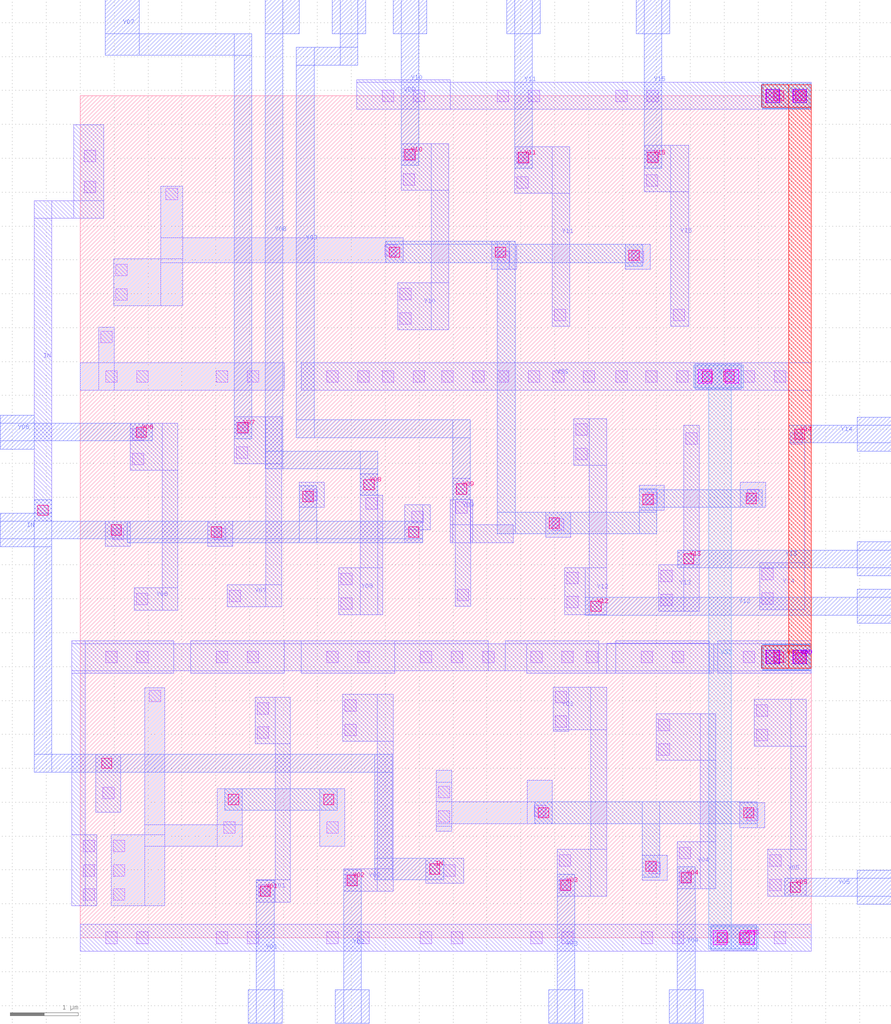
<source format=lef>
VERSION 5.8 ;
BUSBITCHARS "[]" ;
DIVIDERCHAR "/" ;

PROPERTYDEFINITIONS
  MACRO CatenaDesignType STRING ;
  MACRO oaTaper STRING ;
END PROPERTYDEFINITIONS

MACRO pre_therm
  CLASS CORE ;
  ORIGIN 0 0 ;
  FOREIGN pre_therm 0 0 ;
  SIZE 10.785 BY 12.42 ;
  SYMMETRY X Y ;
  SITE CoreSite ;
  PIN Y15
    DIRECTION INPUT ;
    USE SIGNAL ;
    PORT
      LAYER met1 ;
        RECT 8.32 11.005 8.975 11.695 ;
        RECT 8.715 9.025 8.975 11.695 ;
      LAYER met2 ;
        RECT 8.2 13.335 8.7 13.835 ;
        RECT 8.32 11.35 8.58 13.835 ;
      LAYER via ;
        RECT 8.375 11.435 8.525 11.585 ;
    END
  END Y15
  PIN Y14
    DIRECTION OUTPUT ;
    USE SIGNAL ;
    PORT
      LAYER met1 ;
        RECT 10.455 7.3 10.775 7.56 ;
        RECT 10.455 4.84 10.685 7.56 ;
        RECT 10.025 4.84 10.685 5.53 ;
      LAYER met2 ;
        RECT 11.465 7.18 11.965 7.68 ;
        RECT 10.455 7.3 11.965 7.56 ;
      LAYER via ;
        RECT 10.54 7.355 10.69 7.505 ;
    END
  END Y14
  PIN Y13
    DIRECTION OUTPUT ;
    USE SIGNAL ;
    PORT
      LAYER met1 ;
        RECT 8.815 5.46 9.135 5.72 ;
        RECT 8.9 4.815 9.13 7.56 ;
        RECT 8.535 4.815 9.13 5.505 ;
      LAYER met2 ;
        RECT 11.465 5.34 11.965 5.84 ;
        RECT 8.815 5.46 11.965 5.72 ;
      LAYER via ;
        RECT 8.9 5.515 9.05 5.665 ;
    END
  END Y13
  PIN Y12
    DIRECTION OUTPUT ;
    USE SIGNAL ;
    PORT
      LAYER met1 ;
        RECT 7.28 6.97 7.77 7.66 ;
        RECT 7.51 4.76 7.77 7.66 ;
        RECT 7.145 4.765 7.77 5.455 ;
        RECT 7.45 4.76 7.77 5.455 ;
      LAYER met2 ;
        RECT 11.465 4.64 11.965 5.14 ;
        RECT 7.45 4.76 11.965 5.02 ;
      LAYER via ;
        RECT 7.535 4.815 7.685 4.965 ;
    END
  END Y12
  PIN Y11
    DIRECTION INPUT ;
    USE SIGNAL ;
    PORT
      LAYER met1 ;
        RECT 6.41 10.98 7.225 11.67 ;
        RECT 6.965 9.025 7.225 11.67 ;
      LAYER met2 ;
        RECT 6.29 13.335 6.79 13.835 ;
        RECT 6.41 11.35 6.67 13.835 ;
      LAYER via ;
        RECT 6.465 11.435 6.615 11.585 ;
    END
  END Y11
  PIN Y10
    DIRECTION INPUT ;
    USE SIGNAL ;
    PORT
      LAYER met1 ;
        RECT 4.735 11.025 5.435 11.715 ;
        RECT 5.175 8.97 5.435 11.715 ;
        RECT 4.685 8.97 5.435 9.66 ;
      LAYER met2 ;
        RECT 4.615 13.335 5.115 13.835 ;
        RECT 4.735 11.395 4.995 13.835 ;
      LAYER via ;
        RECT 4.79 11.48 4.94 11.63 ;
    END
  END Y10
  PIN Y09
    DIRECTION INPUT ;
    USE SIGNAL ;
    PORT
      LAYER met1 ;
        RECT 5.46 5.83 6.39 6.09 ;
        RECT 5.46 5.83 5.79 6.46 ;
        RECT 5.53 4.89 5.76 6.46 ;
        RECT 5.495 5.83 5.755 6.78 ;
      LAYER met2 ;
        RECT 3.19 7.38 5.755 7.64 ;
        RECT 5.495 6.46 5.755 7.64 ;
        RECT 3.715 13.335 4.215 13.835 ;
        RECT 3.835 12.875 4.095 13.835 ;
        RECT 3.19 12.875 4.095 13.135 ;
        RECT 3.19 7.38 3.45 13.135 ;
      LAYER via ;
        RECT 5.55 6.545 5.7 6.695 ;
    END
  END Y09
  PIN Y08
    DIRECTION INPUT ;
    USE SIGNAL ;
    PORT
      LAYER met1 ;
        RECT 4.13 4.765 4.46 6.525 ;
        RECT 4.13 4.765 4.39 6.845 ;
        RECT 3.81 4.765 4.46 5.455 ;
      LAYER met2 ;
        RECT 2.73 6.92 4.39 7.18 ;
        RECT 4.13 6.525 4.39 7.18 ;
        RECT 2.73 13.335 3.23 13.835 ;
        RECT 2.73 6.92 2.99 13.835 ;
      LAYER via ;
        RECT 4.185 6.61 4.335 6.76 ;
    END
  END Y08
  PIN Y07
    DIRECTION INPUT ;
    USE SIGNAL ;
    PORT
      LAYER met1 ;
        RECT 2.27 6.995 2.97 7.685 ;
        RECT 2.74 4.88 2.97 7.685 ;
        RECT 2.17 4.88 2.97 5.21 ;
      LAYER met2 ;
        RECT 0.37 13.02 2.53 13.34 ;
        RECT 2.27 7.365 2.53 13.34 ;
        RECT 0.37 13.02 0.87 13.84 ;
      LAYER via ;
        RECT 2.325 7.45 2.475 7.6 ;
    END
  END Y07
  PIN Y06
    DIRECTION INPUT ;
    USE SIGNAL ;
    PORT
      LAYER met1 ;
        RECT 0.74 6.9 1.44 7.59 ;
        RECT 1.21 4.83 1.44 7.59 ;
        RECT 0.795 4.83 1.44 5.16 ;
      LAYER met2 ;
        RECT -1.18 7.33 1.06 7.59 ;
        RECT -1.18 7.21 -0.68 7.71 ;
      LAYER via ;
        RECT 0.825 7.385 0.975 7.535 ;
    END
  END Y06
  PIN Y05
    DIRECTION OUTPUT ;
    USE SIGNAL ;
    PORT
      LAYER met1 ;
        RECT 9.94 2.825 10.71 3.515 ;
        RECT 10.48 0.615 10.71 3.515 ;
        RECT 10.145 0.615 10.71 1.305 ;
      LAYER met2 ;
        RECT 11.465 0.495 11.965 0.995 ;
        RECT 10.39 0.615 11.965 0.875 ;
      LAYER via ;
        RECT 10.475 0.67 10.625 0.82 ;
    END
  END Y05
  PIN Y04
    DIRECTION OUTPUT ;
    USE SIGNAL ;
    PORT
      LAYER met1 ;
        RECT 8.495 2.615 9.375 3.305 ;
        RECT 9.145 0.725 9.375 3.305 ;
        RECT 8.81 0.725 9.375 1.415 ;
      LAYER met2 ;
        RECT 8.69 -1.265 9.19 -0.765 ;
        RECT 8.81 -1.265 9.07 1.045 ;
      LAYER via ;
        RECT 8.865 0.81 9.015 0.96 ;
    END
  END Y04
  PIN Y03
    DIRECTION OUTPUT ;
    USE SIGNAL ;
    PORT
      LAYER met1 ;
        RECT 6.98 3.07 7.765 3.695 ;
        RECT 7.535 0.615 7.765 3.695 ;
        RECT 7.035 0.615 7.765 1.305 ;
        RECT 6.98 3.045 7.21 3.695 ;
      LAYER met2 ;
        RECT 6.915 -1.265 7.415 -0.765 ;
        RECT 7.035 -1.265 7.295 0.935 ;
      LAYER via ;
        RECT 7.09 0.7 7.24 0.85 ;
    END
  END Y03
  PIN Y02
    DIRECTION OUTPUT ;
    USE SIGNAL ;
    PORT
      LAYER met1 ;
        RECT 3.87 2.9 4.615 3.59 ;
        RECT 4.385 0.685 4.615 3.59 ;
        RECT 3.885 0.685 4.615 1.015 ;
      LAYER met2 ;
        RECT 3.765 -1.265 4.265 -0.765 ;
        RECT 3.885 -1.265 4.145 1.005 ;
      LAYER via ;
        RECT 3.94 0.77 4.09 0.92 ;
    END
  END Y02
  PIN Y01
    DIRECTION OUTPUT ;
    USE SIGNAL ;
    PORT
      LAYER met1 ;
        RECT 2.58 2.86 3.1 3.55 ;
        RECT 2.875 0.525 3.1 3.55 ;
        RECT 2.6 0.525 3.1 0.855 ;
      LAYER met2 ;
        RECT 2.48 -1.265 2.98 -0.765 ;
        RECT 2.6 -1.265 2.86 0.845 ;
      LAYER via ;
        RECT 2.655 0.61 2.805 0.76 ;
    END
  END Y01
  PIN VSS
    DIRECTION OUTPUT ;
    USE GROUND ;
    SHAPE ABUTMENT ;
    PORT
      LAYER met3 ;
        RECT 9.275 -0.165 10.005 0.165 ;
        RECT 9.05 8.115 9.78 8.445 ;
        RECT 9.275 -0.165 9.605 8.445 ;
      LAYER met1 ;
        RECT 0 -0.2 10.785 0.2 ;
        RECT 3.26 8.08 10.785 8.48 ;
      LAYER met2 ;
        RECT 9.3 -0.185 9.98 0.185 ;
        RECT 9.075 8.095 9.755 8.465 ;
      LAYER via ;
        RECT 9.175 8.205 9.325 8.355 ;
        RECT 9.4 -0.075 9.55 0.075 ;
        RECT 9.495 8.205 9.645 8.355 ;
        RECT 9.72 -0.075 9.87 0.075 ;
      LAYER via2 ;
        RECT 9.115 8.18 9.315 8.38 ;
        RECT 9.34 -0.1 9.54 0.1 ;
        RECT 9.515 8.18 9.715 8.38 ;
        RECT 9.74 -0.1 9.94 0.1 ;
    END
  END VSS
  PIN VDD
    DIRECTION OUTPUT ;
    USE POWER ;
    SHAPE ABUTMENT ;
    PORT
      LAYER met4 ;
        RECT 10.055 12.255 10.785 12.585 ;
        RECT 10.455 3.975 10.785 12.585 ;
        RECT 10.055 3.975 10.785 4.305 ;
      LAYER met3 ;
        RECT 10.06 3.95 10.78 4.33 ;
        RECT 10.05 3.975 10.78 4.305 ;
        RECT 10.06 12.23 10.78 12.61 ;
        RECT 10.05 12.255 10.78 12.585 ;
      LAYER met1 ;
        RECT 9.405 3.9 10.785 4.38 ;
        RECT -0.125 3.94 10.785 4.34 ;
        RECT 6.585 3.9 9.345 4.34 ;
        RECT 7.9 3.9 9.28 4.38 ;
        RECT 7.765 3.9 9.28 4.345 ;
        RECT 6.27 3.94 7.65 4.38 ;
        RECT 1.63 3.94 6.02 4.38 ;
        RECT 3.26 3.9 4.64 4.38 ;
        RECT 1.63 3.9 3.01 4.38 ;
        RECT -0.125 3.9 1.38 4.38 ;
        RECT -0.125 0.47 0.245 1.52 ;
        RECT -0.125 0.47 0.075 4.38 ;
        RECT 4.08 12.22 10.785 12.62 ;
        RECT 4.08 12.22 5.46 12.66 ;
      LAYER met2 ;
        RECT 10.075 3.955 10.755 4.325 ;
        RECT 10.075 12.235 10.755 12.605 ;
      LAYER via ;
        RECT 10.23 12.345 10.38 12.495 ;
        RECT 10.23 4.065 10.38 4.215 ;
        RECT 10.55 12.345 10.7 12.495 ;
        RECT 10.55 4.065 10.7 4.215 ;
      LAYER via2 ;
        RECT 10.115 12.32 10.315 12.52 ;
        RECT 10.115 4.04 10.315 4.24 ;
        RECT 10.515 12.32 10.715 12.52 ;
        RECT 10.515 4.04 10.715 4.24 ;
      LAYER via3 ;
        RECT 10.12 12.32 10.32 12.52 ;
        RECT 10.12 4.04 10.32 4.24 ;
        RECT 10.52 12.32 10.72 12.52 ;
        RECT 10.52 4.04 10.72 4.24 ;
    END
  END VDD
  PIN IN
    DIRECTION INPUT ;
    USE SIGNAL ;
    PORT
      LAYER met1 ;
        RECT 5.1 0.805 5.655 1.175 ;
        RECT 4.79 6.02 5.16 6.39 ;
        RECT 4.79 5.825 5.05 6.39 ;
        RECT 3.23 6.35 3.6 6.72 ;
        RECT 1.88 5.775 2.25 6.145 ;
        RECT 0.37 5.775 0.74 6.145 ;
        RECT 0.23 1.855 0.6 2.705 ;
        RECT -0.095 10.615 0.345 11.995 ;
        RECT -0.68 10.615 0.345 10.875 ;
        RECT -0.68 6.145 -0.42 10.875 ;
      LAYER met2 ;
        RECT 4.345 0.855 5.36 1.175 ;
        RECT -1.18 5.885 5.05 6.145 ;
        RECT 0.69 5.825 5.05 6.145 ;
        RECT -0.68 2.445 4.605 2.705 ;
        RECT 4.345 0.855 4.605 2.705 ;
        RECT 3.23 5.825 3.49 6.67 ;
        RECT -0.68 2.445 -0.42 6.465 ;
        RECT -1.18 5.765 -0.42 6.265 ;
      LAYER via ;
        RECT -0.625 6.23 -0.475 6.38 ;
        RECT 0.315 2.5 0.465 2.65 ;
        RECT 0.455 5.94 0.605 6.09 ;
        RECT 1.935 5.91 2.085 6.06 ;
        RECT 3.285 6.435 3.435 6.585 ;
        RECT 4.845 5.91 4.995 6.06 ;
        RECT 5.155 0.94 5.305 1.09 ;
    END
  END IN
  OBS
    LAYER mcon ;
      RECT 10.485 7.28 10.655 7.45 ;
      RECT 10.24 -0.085 10.41 0.085 ;
      RECT 10.24 4.055 10.41 4.225 ;
      RECT 10.24 8.195 10.41 8.365 ;
      RECT 10.175 0.695 10.345 0.865 ;
      RECT 10.175 1.055 10.345 1.225 ;
      RECT 10.055 4.92 10.225 5.09 ;
      RECT 10.055 5.28 10.225 5.45 ;
      RECT 9.97 2.905 10.14 3.075 ;
      RECT 9.97 3.265 10.14 3.435 ;
      RECT 9.84 6.45 10.01 6.62 ;
      RECT 9.83 1.725 10 1.895 ;
      RECT 9.78 -0.085 9.95 0.085 ;
      RECT 9.78 4.055 9.95 4.225 ;
      RECT 9.78 8.195 9.95 8.365 ;
      RECT 8.93 7.28 9.1 7.45 ;
      RECT 8.84 0.805 9.01 0.975 ;
      RECT 8.84 1.165 9.01 1.335 ;
      RECT 8.8 8.195 8.97 8.365 ;
      RECT 8.745 9.105 8.915 9.275 ;
      RECT 8.735 -0.085 8.905 0.085 ;
      RECT 8.735 4.055 8.905 4.225 ;
      RECT 8.565 4.895 8.735 5.065 ;
      RECT 8.565 5.255 8.735 5.425 ;
      RECT 8.525 2.695 8.695 2.865 ;
      RECT 8.525 3.055 8.695 3.225 ;
      RECT 8.39 0.945 8.56 1.115 ;
      RECT 8.36 12.335 8.53 12.505 ;
      RECT 8.35 11.085 8.52 11.255 ;
      RECT 8.35 11.445 8.52 11.615 ;
      RECT 8.345 6.405 8.515 6.575 ;
      RECT 8.34 8.195 8.51 8.365 ;
      RECT 8.275 -0.085 8.445 0.085 ;
      RECT 8.275 4.055 8.445 4.225 ;
      RECT 8.14 9.96 8.31 10.13 ;
      RECT 7.9 8.195 8.07 8.365 ;
      RECT 7.9 12.335 8.07 12.505 ;
      RECT 7.465 4.055 7.635 4.225 ;
      RECT 7.42 8.195 7.59 8.365 ;
      RECT 7.31 7.05 7.48 7.22 ;
      RECT 7.31 7.41 7.48 7.58 ;
      RECT 7.175 4.865 7.345 5.035 ;
      RECT 7.175 5.225 7.345 5.395 ;
      RECT 7.105 -0.085 7.275 0.085 ;
      RECT 7.105 4.055 7.275 4.225 ;
      RECT 7.065 0.695 7.235 0.865 ;
      RECT 7.065 1.055 7.235 1.225 ;
      RECT 7.01 3.105 7.18 3.275 ;
      RECT 7.01 3.465 7.18 3.635 ;
      RECT 6.995 9.105 7.165 9.275 ;
      RECT 6.97 8.195 7.14 8.365 ;
      RECT 6.965 6.01 7.135 6.18 ;
      RECT 6.695 1.785 6.865 1.955 ;
      RECT 6.645 -0.085 6.815 0.085 ;
      RECT 6.645 4.055 6.815 4.225 ;
      RECT 6.61 8.195 6.78 8.365 ;
      RECT 6.61 12.335 6.78 12.505 ;
      RECT 6.44 11.06 6.61 11.23 ;
      RECT 6.44 11.42 6.61 11.59 ;
      RECT 6.17 9.96 6.34 10.13 ;
      RECT 6.15 8.195 6.32 8.365 ;
      RECT 6.15 12.335 6.32 12.505 ;
      RECT 5.935 4.055 6.105 4.225 ;
      RECT 5.79 8.195 5.96 8.365 ;
      RECT 5.56 4.97 5.73 5.14 ;
      RECT 5.54 6.26 5.71 6.43 ;
      RECT 5.475 -0.085 5.645 0.085 ;
      RECT 5.475 4.055 5.645 4.225 ;
      RECT 5.365 0.905 5.535 1.075 ;
      RECT 5.33 8.195 5.5 8.365 ;
      RECT 5.28 1.705 5.45 1.875 ;
      RECT 5.28 2.065 5.45 2.235 ;
      RECT 5.015 -0.085 5.185 0.085 ;
      RECT 5.015 4.055 5.185 4.225 ;
      RECT 4.915 8.195 5.085 8.365 ;
      RECT 4.915 12.335 5.085 12.505 ;
      RECT 4.89 6.12 5.06 6.29 ;
      RECT 4.765 11.105 4.935 11.275 ;
      RECT 4.765 11.465 4.935 11.635 ;
      RECT 4.715 9.05 4.885 9.22 ;
      RECT 4.715 9.41 4.885 9.58 ;
      RECT 4.495 10.055 4.665 10.225 ;
      RECT 4.455 8.195 4.625 8.365 ;
      RECT 4.455 12.335 4.625 12.505 ;
      RECT 4.21 6.325 4.38 6.495 ;
      RECT 4.095 -0.085 4.265 0.085 ;
      RECT 4.095 4.055 4.265 4.225 ;
      RECT 4.095 8.195 4.265 8.365 ;
      RECT 3.915 0.765 4.085 0.935 ;
      RECT 3.9 2.98 4.07 3.15 ;
      RECT 3.9 3.34 4.07 3.51 ;
      RECT 3.84 4.845 4.01 5.015 ;
      RECT 3.84 5.205 4.01 5.375 ;
      RECT 3.635 -0.085 3.805 0.085 ;
      RECT 3.635 1.545 3.805 1.715 ;
      RECT 3.635 4.055 3.805 4.225 ;
      RECT 3.635 8.195 3.805 8.365 ;
      RECT 3.33 6.45 3.5 6.62 ;
      RECT 2.63 0.61 2.8 0.78 ;
      RECT 2.61 2.94 2.78 3.11 ;
      RECT 2.61 3.3 2.78 3.47 ;
      RECT 2.465 -0.085 2.635 0.085 ;
      RECT 2.465 4.055 2.635 4.225 ;
      RECT 2.465 8.195 2.635 8.365 ;
      RECT 2.3 7.075 2.47 7.245 ;
      RECT 2.3 7.435 2.47 7.605 ;
      RECT 2.2 4.96 2.37 5.13 ;
      RECT 2.12 1.545 2.29 1.715 ;
      RECT 2.005 -0.085 2.175 0.085 ;
      RECT 2.005 4.055 2.175 4.225 ;
      RECT 2.005 8.195 2.175 8.365 ;
      RECT 1.98 5.875 2.15 6.045 ;
      RECT 1.265 10.885 1.435 11.055 ;
      RECT 1.015 3.485 1.185 3.655 ;
      RECT 0.835 -0.085 1.005 0.085 ;
      RECT 0.835 4.055 1.005 4.225 ;
      RECT 0.835 8.195 1.005 8.365 ;
      RECT 0.825 4.91 0.995 5.08 ;
      RECT 0.77 6.98 0.94 7.15 ;
      RECT 0.77 7.34 0.94 7.51 ;
      RECT 0.525 9.405 0.695 9.575 ;
      RECT 0.525 9.765 0.695 9.935 ;
      RECT 0.485 0.55 0.655 0.72 ;
      RECT 0.485 0.91 0.655 1.08 ;
      RECT 0.485 1.27 0.655 1.44 ;
      RECT 0.47 5.875 0.64 6.045 ;
      RECT 0.375 -0.085 0.545 0.085 ;
      RECT 0.375 4.055 0.545 4.225 ;
      RECT 0.375 8.195 0.545 8.365 ;
      RECT 0.33 2.05 0.5 2.22 ;
      RECT 0.305 8.78 0.475 8.95 ;
      RECT 0.06 10.99 0.23 11.16 ;
      RECT 0.06 11.45 0.23 11.62 ;
      RECT 0.045 0.55 0.215 0.72 ;
      RECT 0.045 0.91 0.215 1.08 ;
      RECT 0.045 1.27 0.215 1.44 ;
    LAYER met1 ;
      RECT 9.73 1.625 9.99 2.005 ;
      RECT 9.73 1.625 10.1 1.995 ;
      RECT 5.255 1.57 5.48 2.47 ;
      RECT 6.595 1.685 6.965 2.325 ;
      RECT 5.25 1.645 5.48 2.295 ;
      RECT 5.25 1.685 6.965 2.005 ;
      RECT 6.07 9.86 6.33 10.275 ;
      RECT 6.07 9.86 6.44 10.23 ;
      RECT 1.185 9.325 1.515 11.085 ;
      RECT 1.185 9.955 4.765 10.325 ;
      RECT 0.495 9.325 1.515 10.015 ;
      RECT 0.275 8.08 0.505 9.01 ;
      RECT 0 8.08 3.01 8.48 ;
      RECT 0.955 0.47 1.245 3.685 ;
      RECT 2.02 1.35 2.39 2.2 ;
      RECT 0.955 1.35 2.39 1.67 ;
      RECT 0.455 0.47 1.245 1.52 ;
      RECT 9.74 6.35 10.11 6.72 ;
      RECT 8.29 0.845 8.66 1.215 ;
      RECT 8.245 6.305 8.615 6.675 ;
      RECT 8.04 9.86 8.41 10.23 ;
      RECT 6.865 5.91 7.235 6.28 ;
      RECT 3.535 1.35 3.905 2.2 ;
    LAYER via ;
      RECT 9.825 6.405 9.975 6.555 ;
      RECT 9.785 1.77 9.935 1.92 ;
      RECT 8.345 0.98 8.495 1.13 ;
      RECT 8.3 6.39 8.45 6.54 ;
      RECT 8.095 9.995 8.245 10.145 ;
      RECT 6.92 6.045 7.07 6.195 ;
      RECT 6.76 1.77 6.91 1.92 ;
      RECT 6.125 10.04 6.275 10.19 ;
      RECT 4.56 10.04 4.71 10.19 ;
      RECT 3.59 1.965 3.74 2.115 ;
      RECT 2.185 1.965 2.335 2.115 ;
    LAYER met2 ;
      RECT 4.505 9.955 6.415 10.275 ;
      RECT 6.155 5.96 6.415 10.275 ;
      RECT 4.505 9.955 8.3 10.23 ;
      RECT 8.04 9.91 8.3 10.23 ;
      RECT 8.245 5.96 8.505 6.625 ;
      RECT 8.245 6.35 10.06 6.61 ;
      RECT 6.155 5.96 8.505 6.28 ;
      RECT 6.705 1.685 9.99 2.005 ;
      RECT 8.29 0.895 8.55 2.005 ;
      RECT 2.13 1.88 3.795 2.2 ;
  END
  PROPERTY CatenaDesignType "deviceLevel" ;
  PROPERTY oaTaper "virtuosoDefaultSetup" ;
END pre_therm

END LIBRARY

</source>
